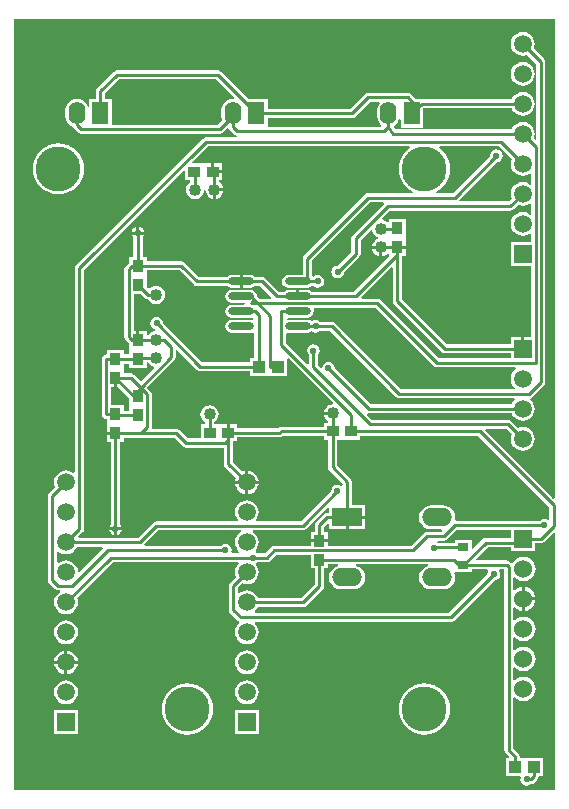
<source format=gbl>
G04*
G04 #@! TF.GenerationSoftware,Altium Limited,Altium Designer,18.1.6 (161)*
G04*
G04 Layer_Physical_Order=2*
G04 Layer_Color=16711680*
%FSLAX25Y25*%
%MOIN*%
G70*
G01*
G75*
%ADD13C,0.01000*%
%ADD14C,0.06000*%
%ADD15R,0.06000X0.06000*%
%ADD16R,0.05906X0.05906*%
%ADD17C,0.05906*%
%ADD18C,0.15000*%
%ADD19R,0.05500X0.07500*%
%ADD20O,0.05500X0.07500*%
%ADD21R,0.10000X0.06000*%
%ADD22O,0.10000X0.06000*%
%ADD23C,0.02200*%
%ADD24C,0.04000*%
%ADD25R,0.03740X0.03937*%
%ADD26R,0.04134X0.03937*%
%ADD27O,0.08661X0.02362*%
%ADD28R,0.03543X0.02756*%
%ADD29R,0.03937X0.03740*%
G36*
X76552Y234722D02*
X76318Y234249D01*
X76063Y234282D01*
X75084Y234154D01*
X74172Y233776D01*
X73388Y233174D01*
X72787Y232391D01*
X72409Y231479D01*
X72281Y230500D01*
Y228500D01*
X72409Y227521D01*
X72559Y227159D01*
X71130Y225729D01*
X35750D01*
Y234250D01*
X33529D01*
Y236167D01*
X38133Y240771D01*
X70503D01*
X76552Y234722D01*
D02*
G37*
G36*
X125015Y232771D02*
X124724Y232391D01*
X124346Y231479D01*
X124218Y230500D01*
Y228500D01*
X124346Y227521D01*
X124724Y226609D01*
X125326Y225826D01*
X125663Y225566D01*
X125493Y225066D01*
X87687D01*
Y227971D01*
X115900D01*
X116485Y228087D01*
X116981Y228419D01*
X121834Y233271D01*
X124769D01*
X125015Y232771D01*
D02*
G37*
G36*
X169042Y214145D02*
X168850Y213682D01*
X168714Y212650D01*
X168850Y211618D01*
X169248Y210656D01*
X169882Y209830D01*
X170707Y209197D01*
X171669Y208799D01*
X172701Y208663D01*
X173733Y208799D01*
X174694Y209197D01*
X175171Y209562D01*
X175671Y209316D01*
Y205983D01*
X175171Y205737D01*
X174694Y206102D01*
X173733Y206501D01*
X172701Y206637D01*
X171669Y206501D01*
X170707Y206102D01*
X169882Y205469D01*
X169248Y204643D01*
X168850Y203681D01*
X168714Y202650D01*
X168850Y201618D01*
X169042Y201154D01*
X168018Y200129D01*
X151699D01*
X151492Y200629D01*
X164027Y213164D01*
X164819Y213322D01*
X165514Y213786D01*
X165978Y214481D01*
X166141Y215300D01*
X165978Y216119D01*
X165514Y216814D01*
X164819Y217278D01*
X164000Y217441D01*
X163181Y217278D01*
X162486Y216814D01*
X162022Y216119D01*
X161864Y215327D01*
X149467Y202929D01*
X143993D01*
X143868Y203429D01*
X144745Y203898D01*
X146039Y204960D01*
X147102Y206255D01*
X147891Y207731D01*
X148377Y209334D01*
X148541Y211000D01*
X148377Y212666D01*
X147891Y214269D01*
X147102Y215745D01*
X146039Y217039D01*
X144905Y217971D01*
X145084Y218471D01*
X164717D01*
X169042Y214145D01*
D02*
G37*
G36*
X135095Y217971D02*
X133960Y217039D01*
X132898Y215745D01*
X132109Y214269D01*
X131623Y212666D01*
X131459Y211000D01*
X131623Y209334D01*
X132109Y207731D01*
X132898Y206255D01*
X133960Y204960D01*
X135255Y203898D01*
X136132Y203429D01*
X136007Y202929D01*
X121229D01*
X120644Y202813D01*
X120148Y202481D01*
X99819Y182152D01*
X99487Y181656D01*
X99371Y181071D01*
Y175724D01*
X94650D01*
X93799Y175555D01*
X93077Y175073D01*
X92595Y174351D01*
X92426Y173500D01*
X92595Y172649D01*
X93077Y171927D01*
X93799Y171446D01*
X94650Y171276D01*
X100949D01*
X101800Y171446D01*
X102521Y171927D01*
X103008Y171905D01*
X103581Y171522D01*
X104400Y171359D01*
X105219Y171522D01*
X105914Y171986D01*
X106378Y172681D01*
X106541Y173500D01*
X106378Y174319D01*
X105914Y175014D01*
X105219Y175478D01*
X104400Y175641D01*
X103581Y175478D01*
X103008Y175095D01*
X102912Y175091D01*
X102429Y175540D01*
Y180438D01*
X121862Y199871D01*
X126201D01*
X126408Y199371D01*
X116119Y189081D01*
X115787Y188585D01*
X115671Y188000D01*
Y183334D01*
X111073Y178736D01*
X110281Y178578D01*
X109586Y178114D01*
X109122Y177419D01*
X108959Y176600D01*
X109122Y175781D01*
X109586Y175086D01*
X110281Y174622D01*
X111100Y174459D01*
X111919Y174622D01*
X112614Y175086D01*
X113078Y175781D01*
X113236Y176573D01*
X118281Y181619D01*
X118613Y182115D01*
X118729Y182700D01*
Y187366D01*
X122016Y190653D01*
X122543Y190473D01*
X122577Y190217D01*
X122880Y189487D01*
X123360Y188860D01*
X123987Y188380D01*
X124431Y188196D01*
Y187655D01*
X123987Y187471D01*
X123360Y186990D01*
X122880Y186363D01*
X122577Y185634D01*
X122540Y185350D01*
X125500D01*
Y184850D01*
X126000D01*
Y181890D01*
X126283Y181928D01*
X127013Y182230D01*
X127630Y182703D01*
X127676Y182697D01*
X128130Y182528D01*
Y181882D01*
X128130Y181882D01*
X128130D01*
X127911Y181474D01*
X116466Y170029D01*
X102550D01*
X102521Y170072D01*
X101800Y170554D01*
X100949Y170724D01*
X98299D01*
Y168500D01*
X97299D01*
Y170724D01*
X94650D01*
X93799Y170554D01*
X93077Y170072D01*
X93048Y170029D01*
X91434D01*
X86881Y174581D01*
X86385Y174913D01*
X85800Y175029D01*
X83653D01*
X83624Y175073D01*
X82902Y175555D01*
X82051Y175724D01*
X79402D01*
Y173500D01*
Y171276D01*
X82051D01*
X82902Y171446D01*
X83624Y171927D01*
X83653Y171971D01*
X85167D01*
X88946Y168191D01*
X88754Y167729D01*
X85034D01*
X84332Y168431D01*
X84331Y168431D01*
X84331Y168431D01*
X84273Y168490D01*
X84275Y168500D01*
X84106Y169351D01*
X83624Y170072D01*
X82902Y170554D01*
X82051Y170724D01*
X75752D01*
X74901Y170554D01*
X74180Y170072D01*
X73697Y169351D01*
X73528Y168500D01*
X73697Y167649D01*
X74180Y166928D01*
X74901Y166446D01*
X75752Y166276D01*
X80078D01*
X80102Y166224D01*
X79786Y165724D01*
X75752D01*
X74901Y165554D01*
X74180Y165073D01*
X73697Y164351D01*
X73528Y163500D01*
X73697Y162649D01*
X74180Y161927D01*
X74901Y161445D01*
X75752Y161276D01*
X82051D01*
X82685Y161402D01*
X83121Y161074D01*
X83111Y160933D01*
X82642Y160606D01*
X82051Y160724D01*
X75752D01*
X74901Y160555D01*
X74180Y160073D01*
X73697Y159351D01*
X73528Y158500D01*
X73697Y157649D01*
X74180Y156928D01*
X74901Y156446D01*
X75752Y156276D01*
X82051D01*
X82821Y156429D01*
X83321Y156183D01*
Y147968D01*
X81783D01*
Y146529D01*
X65934D01*
X52936Y159527D01*
X52778Y160319D01*
X52314Y161014D01*
X51619Y161478D01*
X50800Y161641D01*
X49981Y161478D01*
X49286Y161014D01*
X48822Y160319D01*
X48659Y159500D01*
X48822Y158681D01*
X49286Y157986D01*
X49981Y157522D01*
X50162Y157486D01*
X50146Y156979D01*
X49717Y156923D01*
X48987Y156621D01*
X48360Y156140D01*
X47892Y155529D01*
X47370D01*
Y156870D01*
X45000D01*
Y153902D01*
X44000D01*
Y156870D01*
X43029D01*
Y169382D01*
X45306D01*
X46769Y167919D01*
X46954Y167795D01*
X47265Y167587D01*
X47851Y167471D01*
X47892D01*
X48360Y166860D01*
X48987Y166379D01*
X49717Y166077D01*
X50500Y165974D01*
X51283Y166077D01*
X52013Y166379D01*
X52640Y166860D01*
X53120Y167487D01*
X53423Y168217D01*
X53526Y169000D01*
X53423Y169783D01*
X53120Y170513D01*
X52640Y171140D01*
X52013Y171621D01*
X51283Y171923D01*
X50500Y172026D01*
X49717Y171923D01*
X48987Y171621D01*
X48360Y171140D01*
X47904Y171110D01*
X47370Y171643D01*
Y175319D01*
X47370D01*
Y175681D01*
X47370D01*
Y177120D01*
X58367D01*
X63068Y172419D01*
X63564Y172087D01*
X64150Y171971D01*
X74151D01*
X74180Y171927D01*
X74901Y171446D01*
X75752Y171276D01*
X78402D01*
Y173500D01*
Y175724D01*
X75752D01*
X74901Y175555D01*
X74180Y175073D01*
X74151Y175029D01*
X64783D01*
X60081Y179731D01*
X59585Y180063D01*
X59000Y180179D01*
X47370D01*
Y181618D01*
X46029D01*
Y188109D01*
X46478Y188781D01*
X46542Y189100D01*
X42458D01*
X42522Y188781D01*
X42971Y188109D01*
Y181618D01*
X41630D01*
Y179872D01*
X41419Y179731D01*
X40419Y178731D01*
X40087Y178235D01*
X39971Y177650D01*
Y154902D01*
X40087Y154316D01*
X40419Y153820D01*
X41419Y152820D01*
X41630Y152679D01*
Y150933D01*
X41630D01*
Y150571D01*
X41630D01*
Y149132D01*
X39870D01*
Y150618D01*
X34130D01*
Y149179D01*
X34000D01*
X33415Y149063D01*
X32919Y148731D01*
X32587Y148235D01*
X32471Y147650D01*
Y129150D01*
X32587Y128564D01*
X32919Y128068D01*
X33415Y127737D01*
X34000Y127620D01*
X34130D01*
Y126181D01*
X34130D01*
Y125819D01*
X34130D01*
Y123350D01*
X37000D01*
Y122350D01*
X34130D01*
Y119882D01*
X35471D01*
Y92491D01*
X35022Y91819D01*
X34958Y91500D01*
X39042D01*
X38978Y91819D01*
X38529Y92491D01*
Y119882D01*
X39870D01*
Y121321D01*
X56616D01*
X59419Y118519D01*
X59915Y118187D01*
X60500Y118071D01*
X73120D01*
Y112650D01*
X73237Y112065D01*
X73568Y111569D01*
X77141Y107996D01*
X76949Y107532D01*
X76879Y107000D01*
X80300D01*
Y110421D01*
X79768Y110351D01*
X79304Y110159D01*
X76179Y113284D01*
Y120130D01*
X77618D01*
Y121471D01*
X91700D01*
X92285Y121587D01*
X92781Y121919D01*
X92834Y121971D01*
X106382D01*
Y120630D01*
X107821D01*
Y111566D01*
X107937Y110981D01*
X108269Y110485D01*
X112687Y106067D01*
Y105600D01*
X112187Y105332D01*
X111819Y105578D01*
X111000Y105741D01*
X110181Y105578D01*
X109486Y105114D01*
X109022Y104419D01*
X108864Y103627D01*
X98766Y93529D01*
X84133D01*
X83887Y94029D01*
X84253Y94507D01*
X84651Y95468D01*
X84787Y96500D01*
X84651Y97532D01*
X84253Y98493D01*
X83619Y99319D01*
X82793Y99953D01*
X81832Y100351D01*
X80800Y100487D01*
X79768Y100351D01*
X78807Y99953D01*
X77981Y99319D01*
X77347Y98493D01*
X76949Y97532D01*
X76813Y96500D01*
X76949Y95468D01*
X77347Y94507D01*
X77713Y94029D01*
X77467Y93529D01*
X50600D01*
X50015Y93413D01*
X49518Y93081D01*
X44467Y88029D01*
X24846D01*
X24654Y88491D01*
X26081Y89919D01*
X26413Y90415D01*
X26529Y91000D01*
Y177267D01*
X59766Y210504D01*
X60228Y210312D01*
Y207130D01*
X61971D01*
Y206608D01*
X61360Y206140D01*
X60879Y205513D01*
X60577Y204783D01*
X60474Y204000D01*
X60577Y203217D01*
X60879Y202487D01*
X61360Y201860D01*
X61987Y201379D01*
X62717Y201077D01*
X63500Y200974D01*
X64283Y201077D01*
X65013Y201379D01*
X65640Y201860D01*
X66120Y202487D01*
X66423Y203217D01*
X66498Y203787D01*
X67002D01*
X67077Y203217D01*
X67379Y202487D01*
X67860Y201860D01*
X68487Y201379D01*
X69217Y201077D01*
X69500Y201040D01*
Y204000D01*
X70000D01*
Y204500D01*
X72960D01*
X72923Y204783D01*
X72620Y205513D01*
X72140Y206140D01*
X71529Y206608D01*
Y207130D01*
X72465D01*
Y209500D01*
X69496D01*
Y210000D01*
X68996D01*
Y212870D01*
X66665D01*
X66527Y212870D01*
X66165D01*
X66027Y212870D01*
X62786D01*
X62595Y213332D01*
X67734Y218471D01*
X134916D01*
X135095Y217971D01*
D02*
G37*
G36*
X175671Y199316D02*
Y195983D01*
X175171Y195737D01*
X174694Y196102D01*
X173733Y196501D01*
X172701Y196636D01*
X171669Y196501D01*
X170707Y196102D01*
X169882Y195469D01*
X169248Y194643D01*
X168850Y193682D01*
X168714Y192650D01*
X168850Y191618D01*
X169248Y190656D01*
X169882Y189831D01*
X170707Y189197D01*
X171669Y188799D01*
X172701Y188663D01*
X173733Y188799D01*
X174694Y189197D01*
X175171Y189562D01*
X175671Y189316D01*
Y186602D01*
X168748D01*
Y178697D01*
X175671D01*
Y154953D01*
X173201D01*
Y151000D01*
X172201D01*
Y154953D01*
X168748D01*
Y152529D01*
X147433D01*
X132529Y167434D01*
Y181882D01*
X133870D01*
Y184350D01*
X131000D01*
Y185350D01*
X133870D01*
Y187819D01*
X133870D01*
Y188181D01*
X133870D01*
Y194118D01*
X128130D01*
Y193322D01*
X127676Y193153D01*
X127630Y193147D01*
X127013Y193621D01*
X126283Y193923D01*
X126027Y193957D01*
X125847Y194484D01*
X128434Y197071D01*
X168651D01*
X169237Y197187D01*
X169733Y197519D01*
X171205Y198991D01*
X171669Y198799D01*
X172701Y198663D01*
X173733Y198799D01*
X174694Y199197D01*
X175171Y199562D01*
X175671Y199316D01*
D02*
G37*
G36*
X130519Y134919D02*
X131015Y134587D01*
X131600Y134471D01*
X169909D01*
X170079Y133971D01*
X169882Y133819D01*
X169248Y132993D01*
X169056Y132529D01*
X122134D01*
X110136Y144527D01*
X109978Y145319D01*
X109514Y146014D01*
X108819Y146478D01*
X108000Y146641D01*
X107181Y146478D01*
X106486Y146014D01*
X106022Y145319D01*
X105927Y144843D01*
X105385Y144678D01*
X104529Y145534D01*
Y148809D01*
X104978Y149481D01*
X105141Y150300D01*
X104978Y151119D01*
X104514Y151814D01*
X103819Y152278D01*
X103000Y152441D01*
X102181Y152278D01*
X101486Y151814D01*
X101022Y151119D01*
X100859Y150300D01*
X101022Y149481D01*
X101471Y148809D01*
Y146046D01*
X101009Y145854D01*
X93829Y153033D01*
Y156045D01*
X94216Y156362D01*
X94650Y156276D01*
X100949D01*
X101800Y156446D01*
X102447Y156878D01*
X102981Y156522D01*
X103800Y156359D01*
X104619Y156522D01*
X105291Y156971D01*
X108466D01*
X130519Y134919D01*
D02*
G37*
G36*
X129471Y178054D02*
Y166800D01*
X129587Y166215D01*
X129919Y165719D01*
X145719Y149919D01*
X146215Y149587D01*
X146800Y149471D01*
X168748D01*
Y147829D01*
X144834D01*
X125381Y167281D01*
X124885Y167613D01*
X124300Y167729D01*
X119146D01*
X118954Y168191D01*
X129009Y178246D01*
X129471Y178054D01*
D02*
G37*
G36*
X48360Y145860D02*
X48987Y145379D01*
X49569Y145139D01*
X49752Y144615D01*
X45400Y140263D01*
X43231Y142432D01*
X42735Y142763D01*
X42150Y142880D01*
X39870D01*
Y144319D01*
X39870D01*
Y144681D01*
X39870D01*
Y146073D01*
X41630D01*
Y144634D01*
X47370D01*
Y146471D01*
X47892D01*
X48360Y145860D01*
D02*
G37*
G36*
X143119Y145219D02*
X143615Y144887D01*
X144200Y144771D01*
X170300D01*
X170470Y144271D01*
X169882Y143819D01*
X169248Y142993D01*
X168850Y142032D01*
X168714Y141000D01*
X168850Y139968D01*
X169248Y139007D01*
X169882Y138181D01*
X170079Y138029D01*
X169909Y137529D01*
X132234D01*
X110181Y159581D01*
X109685Y159913D01*
X109100Y160029D01*
X105291D01*
X104619Y160478D01*
X103800Y160641D01*
X102981Y160478D01*
X102447Y160122D01*
X101800Y160555D01*
X100949Y160724D01*
X94650D01*
X94329Y161000D01*
X94647Y161274D01*
X94668Y161276D01*
X100949D01*
X101800Y161445D01*
X102521Y161927D01*
X103003Y162649D01*
X103173Y163500D01*
X103039Y164171D01*
X103345Y164671D01*
X123667D01*
X143119Y145219D01*
D02*
G37*
G36*
X37500Y138382D02*
X37806D01*
X41630Y134558D01*
Y132181D01*
X41630D01*
Y131819D01*
X41630D01*
Y130380D01*
X39870D01*
Y132118D01*
X35529D01*
Y138382D01*
X36500D01*
Y141350D01*
X37500D01*
Y138382D01*
D02*
G37*
G36*
X183471Y101246D02*
X183009Y101054D01*
X160154Y123909D01*
X160346Y124371D01*
X167167D01*
X169042Y122496D01*
X168850Y122032D01*
X168714Y121000D01*
X168850Y119968D01*
X169248Y119007D01*
X169882Y118181D01*
X170707Y117547D01*
X171669Y117149D01*
X172701Y117013D01*
X173733Y117149D01*
X174694Y117547D01*
X175520Y118181D01*
X176154Y119007D01*
X176552Y119968D01*
X176688Y121000D01*
X176552Y122032D01*
X176154Y122993D01*
X175520Y123819D01*
X174694Y124453D01*
X173733Y124851D01*
X172701Y124987D01*
X171669Y124851D01*
X171205Y124659D01*
X168882Y126981D01*
X168386Y127313D01*
X167801Y127429D01*
X122634D01*
X121003Y129060D01*
X121250Y129520D01*
X121500Y129471D01*
X169056D01*
X169248Y129007D01*
X169882Y128181D01*
X170707Y127547D01*
X171669Y127149D01*
X172701Y127013D01*
X173733Y127149D01*
X174694Y127547D01*
X175520Y128181D01*
X176154Y129007D01*
X176552Y129968D01*
X176688Y131000D01*
X176552Y132032D01*
X176154Y132993D01*
X175520Y133819D01*
X175225Y134045D01*
X175350Y134580D01*
X175385Y134587D01*
X175881Y134919D01*
X179881Y138919D01*
X180213Y139415D01*
X180329Y140000D01*
Y246550D01*
X180213Y247136D01*
X179881Y247632D01*
X176360Y251154D01*
X176552Y251618D01*
X176688Y252650D01*
X176552Y253681D01*
X176154Y254643D01*
X175520Y255469D01*
X174694Y256102D01*
X173733Y256501D01*
X172701Y256637D01*
X171669Y256501D01*
X170707Y256102D01*
X169882Y255469D01*
X169248Y254643D01*
X168850Y253681D01*
X168714Y252650D01*
X168850Y251618D01*
X169248Y250656D01*
X169882Y249831D01*
X170707Y249197D01*
X171669Y248799D01*
X172701Y248663D01*
X173733Y248799D01*
X174197Y248991D01*
X177271Y245917D01*
Y220896D01*
X176809Y220705D01*
X176360Y221154D01*
X176552Y221618D01*
X176688Y222650D01*
X176552Y223681D01*
X176154Y224643D01*
X175520Y225469D01*
X174694Y226102D01*
X173733Y226501D01*
X172701Y226637D01*
X171669Y226501D01*
X170707Y226102D01*
X169882Y225469D01*
X169248Y224643D01*
X169056Y224179D01*
X130236D01*
X129796Y224944D01*
X129891Y225224D01*
X130675Y225826D01*
X131276Y226609D01*
X131653Y227521D01*
X132124Y227412D01*
Y224750D01*
X139624D01*
Y231087D01*
X139657Y231120D01*
X169056D01*
X169248Y230656D01*
X169882Y229831D01*
X170707Y229197D01*
X171669Y228799D01*
X172701Y228663D01*
X173733Y228799D01*
X174694Y229197D01*
X175520Y229831D01*
X176154Y230656D01*
X176552Y231618D01*
X176688Y232650D01*
X176552Y233682D01*
X176154Y234643D01*
X175520Y235469D01*
X174694Y236102D01*
X173733Y236501D01*
X172701Y236636D01*
X171669Y236501D01*
X170707Y236102D01*
X169882Y235469D01*
X169248Y234643D01*
X169056Y234179D01*
X139624D01*
Y234250D01*
X137127D01*
X136955Y234507D01*
X135581Y235881D01*
X135085Y236213D01*
X134500Y236329D01*
X121200D01*
X120615Y236213D01*
X120119Y235881D01*
X115267Y231029D01*
X87687D01*
Y234250D01*
X81350D01*
X72218Y243381D01*
X71722Y243713D01*
X71137Y243829D01*
X37500D01*
X36915Y243713D01*
X36419Y243381D01*
X30919Y237881D01*
X30587Y237385D01*
X30471Y236800D01*
Y234250D01*
X28250D01*
Y231588D01*
X27779Y231479D01*
X27402Y232391D01*
X26801Y233174D01*
X26017Y233776D01*
X25105Y234154D01*
X24126Y234282D01*
X23147Y234154D01*
X22235Y233776D01*
X21452Y233174D01*
X20850Y232391D01*
X20472Y231479D01*
X20344Y230500D01*
Y228500D01*
X20472Y227521D01*
X20850Y226609D01*
X21452Y225826D01*
X22235Y225224D01*
X22705Y225030D01*
X22713Y224989D01*
X23045Y224493D01*
X24419Y223119D01*
X24915Y222787D01*
X25500Y222671D01*
X71763D01*
X72348Y222787D01*
X72844Y223119D01*
X74168Y224443D01*
X74719Y224286D01*
X74982Y223893D01*
X76419Y222456D01*
X76915Y222124D01*
X77390Y222029D01*
X77341Y221529D01*
X67100D01*
X66515Y221413D01*
X66019Y221081D01*
X23919Y178981D01*
X23587Y178485D01*
X23471Y177900D01*
Y109833D01*
X22971Y109587D01*
X22493Y109953D01*
X21532Y110351D01*
X20500Y110487D01*
X19468Y110351D01*
X18507Y109953D01*
X17681Y109319D01*
X17047Y108493D01*
X16649Y107532D01*
X16513Y106500D01*
X16649Y105468D01*
X16841Y105004D01*
X14919Y103081D01*
X14587Y102585D01*
X14471Y102000D01*
Y74000D01*
X14587Y73415D01*
X14919Y72919D01*
X16919Y70919D01*
X17415Y70587D01*
X18000Y70471D01*
X18450D01*
X18550Y69971D01*
X18507Y69953D01*
X17681Y69319D01*
X17047Y68493D01*
X16649Y67532D01*
X16513Y66500D01*
X16649Y65468D01*
X17047Y64507D01*
X17681Y63681D01*
X18507Y63047D01*
X19468Y62649D01*
X20500Y62513D01*
X21532Y62649D01*
X22493Y63047D01*
X23319Y63681D01*
X23953Y64507D01*
X24351Y65468D01*
X24487Y66500D01*
X24351Y67532D01*
X24159Y67996D01*
X36033Y79871D01*
X77922D01*
X78083Y79397D01*
X77981Y79319D01*
X77347Y78493D01*
X76949Y77532D01*
X76813Y76500D01*
X76949Y75468D01*
X77141Y75004D01*
X75219Y73081D01*
X74887Y72585D01*
X74771Y72000D01*
Y64000D01*
X74887Y63415D01*
X75219Y62919D01*
X77719Y60419D01*
X78186Y60106D01*
X78218Y60074D01*
X78303Y59780D01*
X78296Y59561D01*
X77981Y59319D01*
X77347Y58493D01*
X76949Y57532D01*
X76813Y56500D01*
X76949Y55468D01*
X77347Y54507D01*
X77981Y53681D01*
X78807Y53047D01*
X79768Y52649D01*
X80800Y52513D01*
X81832Y52649D01*
X82793Y53047D01*
X83619Y53681D01*
X84253Y54507D01*
X84651Y55468D01*
X84787Y56500D01*
X84651Y57532D01*
X84253Y58493D01*
X83619Y59319D01*
X83422Y59471D01*
X83592Y59971D01*
X148700D01*
X149285Y60087D01*
X149781Y60419D01*
X163127Y73764D01*
X163919Y73922D01*
X164614Y74386D01*
X165078Y75081D01*
X165241Y75900D01*
X165078Y76719D01*
X164923Y76951D01*
X165191Y77451D01*
X166571D01*
Y17200D01*
X166687Y16615D01*
X167019Y16119D01*
X168207Y14930D01*
X168015Y14469D01*
X167134D01*
Y8531D01*
X171710D01*
X172067Y8032D01*
X171961Y7500D01*
X172124Y6681D01*
X172588Y5986D01*
X173283Y5522D01*
X174102Y5359D01*
X174922Y5522D01*
X175616Y5986D01*
X175622Y5995D01*
X176085Y6087D01*
X176581Y6419D01*
X177581Y7419D01*
X177913Y7915D01*
X178029Y8500D01*
Y8531D01*
X179567D01*
Y14469D01*
X173768D01*
X173433Y14469D01*
Y14469D01*
X173268D01*
Y14469D01*
X171730D01*
Y15099D01*
X171614Y15685D01*
X171282Y16181D01*
X169629Y17833D01*
Y34694D01*
X170103Y34855D01*
X170147Y34797D01*
X170983Y34156D01*
X171956Y33753D01*
X173000Y33615D01*
X174044Y33753D01*
X175017Y34156D01*
X175853Y34797D01*
X176494Y35632D01*
X176897Y36605D01*
X177034Y37650D01*
X176897Y38694D01*
X176494Y39667D01*
X175853Y40502D01*
X175017Y41144D01*
X174044Y41547D01*
X173000Y41684D01*
X171956Y41547D01*
X170983Y41144D01*
X170147Y40502D01*
X170103Y40445D01*
X169629Y40605D01*
Y44694D01*
X170103Y44855D01*
X170147Y44797D01*
X170983Y44156D01*
X171956Y43753D01*
X173000Y43615D01*
X174044Y43753D01*
X175017Y44156D01*
X175853Y44797D01*
X176494Y45632D01*
X176897Y46605D01*
X177034Y47650D01*
X176897Y48694D01*
X176494Y49667D01*
X175853Y50502D01*
X175017Y51144D01*
X174044Y51547D01*
X173000Y51684D01*
X171956Y51547D01*
X170983Y51144D01*
X170147Y50502D01*
X170103Y50445D01*
X169629Y50605D01*
Y54694D01*
X170103Y54855D01*
X170147Y54797D01*
X170983Y54156D01*
X171956Y53752D01*
X173000Y53615D01*
X174044Y53752D01*
X175017Y54156D01*
X175853Y54797D01*
X176494Y55632D01*
X176897Y56605D01*
X177034Y57650D01*
X176897Y58694D01*
X176494Y59667D01*
X175853Y60502D01*
X175017Y61144D01*
X174044Y61547D01*
X173000Y61684D01*
X171956Y61547D01*
X170983Y61144D01*
X170147Y60502D01*
X170103Y60445D01*
X169629Y60605D01*
Y64694D01*
X170103Y64855D01*
X170147Y64797D01*
X170983Y64156D01*
X171956Y63753D01*
X172500Y63681D01*
Y67650D01*
Y71618D01*
X171956Y71547D01*
X170983Y71144D01*
X170147Y70502D01*
X170103Y70445D01*
X169629Y70605D01*
Y74694D01*
X170103Y74854D01*
X170147Y74797D01*
X170983Y74156D01*
X171956Y73752D01*
X173000Y73615D01*
X174044Y73752D01*
X175017Y74156D01*
X175853Y74797D01*
X176494Y75632D01*
X176897Y76605D01*
X177034Y77650D01*
X176897Y78694D01*
X176494Y79667D01*
X175853Y80502D01*
X175017Y81144D01*
X174044Y81547D01*
X173000Y81684D01*
X171956Y81547D01*
X170983Y81144D01*
X170147Y80502D01*
X169538Y79708D01*
X169463Y79662D01*
X168939Y79604D01*
X168481Y80062D01*
X167985Y80393D01*
X167400Y80510D01*
X157346D01*
X157154Y80972D01*
X161053Y84871D01*
X169000D01*
Y83650D01*
X177000D01*
Y86120D01*
X178750D01*
X179335Y86237D01*
X179831Y86568D01*
X183009Y89746D01*
X183471Y89554D01*
Y4029D01*
X3029D01*
Y260971D01*
X183471D01*
Y101246D01*
D02*
G37*
G36*
X64219Y143919D02*
X64715Y143587D01*
X65300Y143471D01*
X81783D01*
Y142032D01*
X87917D01*
X87917Y142032D01*
X88083D01*
Y142032D01*
X88417Y142032D01*
X94217D01*
Y147614D01*
X94717Y147821D01*
X109545Y132992D01*
X109327Y132503D01*
X108717Y132423D01*
X107987Y132121D01*
X107360Y131640D01*
X106879Y131013D01*
X106577Y130283D01*
X106540Y130000D01*
X109500D01*
Y129000D01*
X106540D01*
X106577Y128717D01*
X106879Y127987D01*
X107360Y127360D01*
X107821Y127007D01*
Y126370D01*
X106382D01*
Y125029D01*
X92200D01*
X91615Y124913D01*
X91119Y124581D01*
X91066Y124529D01*
X77618D01*
Y125870D01*
X75150D01*
Y123000D01*
X74150D01*
Y125870D01*
X71681D01*
Y125870D01*
X71319D01*
Y125870D01*
X69880D01*
Y126542D01*
X70490Y127010D01*
X70971Y127637D01*
X71273Y128366D01*
X71376Y129150D01*
X71273Y129933D01*
X70971Y130663D01*
X70490Y131289D01*
X69863Y131770D01*
X69134Y132072D01*
X68350Y132176D01*
X67567Y132072D01*
X66838Y131770D01*
X66211Y131289D01*
X65730Y130663D01*
X65428Y129933D01*
X65324Y129150D01*
X65428Y128366D01*
X65730Y127637D01*
X66211Y127010D01*
X66821Y126542D01*
Y125870D01*
X65382D01*
Y121129D01*
X61133D01*
X58331Y123932D01*
X57835Y124263D01*
X57250Y124380D01*
X49330D01*
X49013Y124766D01*
X49029Y124850D01*
Y136000D01*
X48913Y136585D01*
X48581Y137081D01*
X47563Y138100D01*
X56581Y147119D01*
X56913Y147615D01*
X57029Y148200D01*
Y150454D01*
X57491Y150646D01*
X64219Y143919D01*
D02*
G37*
G36*
X181571Y98167D02*
Y94211D01*
X181071Y93944D01*
X180719Y94178D01*
X179900Y94341D01*
X179081Y94178D01*
X178409Y93729D01*
X150614D01*
X150175Y94229D01*
X150251Y94807D01*
X150114Y95851D01*
X149711Y96824D01*
X149069Y97660D01*
X148234Y98301D01*
X147261Y98704D01*
X146217Y98842D01*
X142217D01*
X141172Y98704D01*
X140199Y98301D01*
X139364Y97660D01*
X138723Y96824D01*
X138320Y95851D01*
X138182Y94807D01*
X138320Y93763D01*
X138723Y92790D01*
X139364Y91954D01*
X140199Y91313D01*
X141172Y90910D01*
X142217Y90772D01*
X145453D01*
X145704Y90272D01*
X145555Y90073D01*
X140972D01*
X140386Y89957D01*
X139890Y89625D01*
X135694Y85429D01*
X107870D01*
Y86551D01*
X102130D01*
Y85429D01*
X90000D01*
X89415Y85313D01*
X88919Y84981D01*
X86866Y82929D01*
X84291D01*
X83847Y83226D01*
X83795Y83331D01*
X83735Y83801D01*
X83748Y83848D01*
X84253Y84507D01*
X84651Y85468D01*
X84787Y86500D01*
X84651Y87532D01*
X84253Y88493D01*
X83619Y89319D01*
X82793Y89953D01*
X82750Y89971D01*
X82850Y90471D01*
X99400D01*
X99985Y90587D01*
X100481Y90919D01*
X107755Y98192D01*
X108217Y98000D01*
Y96336D01*
X107500D01*
X106915Y96220D01*
X106419Y95888D01*
X103919Y93388D01*
X103587Y92892D01*
X103471Y92307D01*
Y90020D01*
X102130D01*
Y87551D01*
X107870D01*
Y90020D01*
X106529D01*
Y91673D01*
X107717Y92861D01*
X108217Y92654D01*
Y90807D01*
X113717D01*
Y94807D01*
X114217D01*
Y95307D01*
X120217D01*
Y98807D01*
X115746D01*
Y106700D01*
X115630Y107285D01*
X115298Y107781D01*
X110880Y112200D01*
Y120630D01*
X112319D01*
Y120630D01*
X112681D01*
Y120630D01*
X118618D01*
Y121971D01*
X157766D01*
X181571Y98167D01*
D02*
G37*
G36*
X169000Y87929D02*
X160420D01*
X159834Y87813D01*
X159338Y87481D01*
X156234Y84377D01*
X155772Y84568D01*
Y87264D01*
X150228D01*
Y86415D01*
X144407D01*
X144296Y86515D01*
X144488Y87015D01*
X146444D01*
X147029Y87131D01*
X147525Y87463D01*
X150733Y90671D01*
X169000D01*
Y87929D01*
D02*
G37*
G36*
X78850Y89971D02*
X78807Y89953D01*
X77981Y89319D01*
X77347Y88493D01*
X76949Y87532D01*
X76813Y86500D01*
X76949Y85468D01*
X77347Y84507D01*
X77981Y83681D01*
X78309Y83429D01*
X78139Y82929D01*
X76033D01*
X75647Y83429D01*
X75741Y83900D01*
X75578Y84719D01*
X75114Y85414D01*
X74419Y85878D01*
X73600Y86041D01*
X72781Y85878D01*
X72109Y85429D01*
X46846D01*
X46654Y85891D01*
X51234Y90471D01*
X78750D01*
X78850Y89971D01*
D02*
G37*
G36*
X32846Y84509D02*
X24973Y76636D01*
X24445Y76815D01*
X24351Y77532D01*
X23953Y78493D01*
X23319Y79319D01*
X22493Y79953D01*
X21532Y80351D01*
X20500Y80487D01*
X19468Y80351D01*
X18507Y79953D01*
X18029Y79587D01*
X17529Y79833D01*
Y83167D01*
X18029Y83413D01*
X18507Y83047D01*
X19468Y82649D01*
X20500Y82513D01*
X21532Y82649D01*
X22493Y83047D01*
X23319Y83681D01*
X23953Y84507D01*
X24145Y84971D01*
X32654D01*
X32846Y84509D01*
D02*
G37*
G36*
X102130Y77784D02*
X103471D01*
Y72633D01*
X98866Y68029D01*
X84445D01*
X84253Y68493D01*
X83619Y69319D01*
X82793Y69953D01*
X81832Y70351D01*
X80800Y70487D01*
X79768Y70351D01*
X78807Y69953D01*
X78329Y69587D01*
X77829Y69833D01*
Y71367D01*
X79304Y72841D01*
X79768Y72649D01*
X80800Y72513D01*
X81832Y72649D01*
X82793Y73047D01*
X83619Y73681D01*
X84253Y74507D01*
X84651Y75468D01*
X84787Y76500D01*
X84651Y77532D01*
X84253Y78493D01*
X83864Y79000D01*
X83965Y79653D01*
X84291Y79871D01*
X87500D01*
X88085Y79987D01*
X88581Y80319D01*
X90633Y82371D01*
X102130D01*
Y77784D01*
D02*
G37*
G36*
X141313Y78723D02*
X141172Y78704D01*
X140199Y78301D01*
X139364Y77660D01*
X138723Y76824D01*
X138320Y75851D01*
X138182Y74807D01*
X138320Y73763D01*
X138723Y72790D01*
X139364Y71954D01*
X140199Y71313D01*
X141172Y70910D01*
X142217Y70772D01*
X146217D01*
X147261Y70910D01*
X148234Y71313D01*
X149069Y71954D01*
X149711Y72790D01*
X150114Y73763D01*
X150251Y74807D01*
X150114Y75851D01*
X149964Y76212D01*
X150344Y76602D01*
X155772D01*
Y77451D01*
X161009D01*
X161277Y76951D01*
X161122Y76719D01*
X160964Y75927D01*
X148066Y63029D01*
X83592D01*
X83422Y63529D01*
X83619Y63681D01*
X84253Y64507D01*
X84445Y64971D01*
X99500D01*
X100085Y65087D01*
X100581Y65419D01*
X106081Y70919D01*
X106413Y71415D01*
X106529Y72000D01*
Y77784D01*
X107870D01*
Y79223D01*
X111281D01*
X111313Y78723D01*
X111172Y78704D01*
X110199Y78301D01*
X109364Y77660D01*
X108723Y76824D01*
X108320Y75851D01*
X108182Y74807D01*
X108320Y73763D01*
X108723Y72790D01*
X109364Y71954D01*
X110199Y71313D01*
X111172Y70910D01*
X112217Y70772D01*
X116217D01*
X117261Y70910D01*
X118234Y71313D01*
X119069Y71954D01*
X119711Y72790D01*
X120114Y73763D01*
X120251Y74807D01*
X120114Y75851D01*
X119711Y76824D01*
X119069Y77660D01*
X118234Y78301D01*
X117261Y78704D01*
X117120Y78723D01*
X117153Y79223D01*
X141281D01*
X141313Y78723D01*
D02*
G37*
%LPC*%
G36*
X69996Y212870D02*
Y210500D01*
X72465D01*
Y212870D01*
X69996D01*
D02*
G37*
G36*
X72960Y203500D02*
X70500D01*
Y201040D01*
X70783Y201077D01*
X71513Y201379D01*
X72140Y201860D01*
X72620Y202487D01*
X72923Y203217D01*
X72960Y203500D01*
D02*
G37*
G36*
X45000Y191642D02*
Y190100D01*
X46542D01*
X46478Y190419D01*
X46014Y191114D01*
X45319Y191578D01*
X45000Y191642D01*
D02*
G37*
G36*
X44000D02*
X43681Y191578D01*
X42986Y191114D01*
X42522Y190419D01*
X42458Y190100D01*
X44000D01*
Y191642D01*
D02*
G37*
G36*
X125000Y184350D02*
X122540D01*
X122577Y184067D01*
X122880Y183337D01*
X123360Y182711D01*
X123987Y182230D01*
X124717Y181928D01*
X125000Y181890D01*
Y184350D01*
D02*
G37*
G36*
X81300Y110421D02*
Y107000D01*
X84721D01*
X84651Y107532D01*
X84253Y108493D01*
X83619Y109319D01*
X82793Y109953D01*
X81832Y110351D01*
X81300Y110421D01*
D02*
G37*
G36*
X84721Y106000D02*
X81300D01*
Y102579D01*
X81832Y102649D01*
X82793Y103047D01*
X83619Y103681D01*
X84253Y104507D01*
X84651Y105468D01*
X84721Y106000D01*
D02*
G37*
G36*
X80300D02*
X76879D01*
X76949Y105468D01*
X77347Y104507D01*
X77981Y103681D01*
X78807Y103047D01*
X79768Y102649D01*
X80300Y102579D01*
Y106000D01*
D02*
G37*
G36*
X39042Y90500D02*
X37500D01*
Y88958D01*
X37819Y89022D01*
X38514Y89486D01*
X38978Y90181D01*
X39042Y90500D01*
D02*
G37*
G36*
X36500D02*
X34958D01*
X35022Y90181D01*
X35486Y89486D01*
X36181Y89022D01*
X36500Y88958D01*
Y90500D01*
D02*
G37*
G36*
X172701Y246637D02*
X171669Y246501D01*
X170707Y246102D01*
X169882Y245469D01*
X169248Y244643D01*
X168850Y243682D01*
X168714Y242650D01*
X168850Y241618D01*
X169248Y240656D01*
X169882Y239830D01*
X170707Y239197D01*
X171669Y238799D01*
X172701Y238663D01*
X173733Y238799D01*
X174694Y239197D01*
X175520Y239830D01*
X176154Y240656D01*
X176552Y241618D01*
X176688Y242650D01*
X176552Y243682D01*
X176154Y244643D01*
X175520Y245469D01*
X174694Y246102D01*
X173733Y246501D01*
X172701Y246637D01*
D02*
G37*
G36*
X18000Y219541D02*
X16334Y219377D01*
X14731Y218891D01*
X13255Y218102D01*
X11960Y217039D01*
X10898Y215745D01*
X10109Y214269D01*
X9623Y212666D01*
X9459Y211000D01*
X9623Y209334D01*
X10109Y207731D01*
X10898Y206255D01*
X11960Y204960D01*
X13255Y203898D01*
X14731Y203109D01*
X16334Y202623D01*
X18000Y202459D01*
X19666Y202623D01*
X21269Y203109D01*
X22745Y203898D01*
X24039Y204960D01*
X25102Y206255D01*
X25891Y207731D01*
X26377Y209334D01*
X26541Y211000D01*
X26377Y212666D01*
X25891Y214269D01*
X25102Y215745D01*
X24039Y217039D01*
X22745Y218102D01*
X21269Y218891D01*
X19666Y219377D01*
X18000Y219541D01*
D02*
G37*
G36*
X173500Y71618D02*
Y68150D01*
X176969D01*
X176897Y68694D01*
X176494Y69667D01*
X175853Y70502D01*
X175017Y71144D01*
X174044Y71547D01*
X173500Y71618D01*
D02*
G37*
G36*
X176969Y67150D02*
X173500D01*
Y63681D01*
X174044Y63753D01*
X175017Y64156D01*
X175853Y64797D01*
X176494Y65632D01*
X176897Y66605D01*
X176969Y67150D01*
D02*
G37*
G36*
X20500Y60487D02*
X19468Y60351D01*
X18507Y59953D01*
X17681Y59319D01*
X17047Y58493D01*
X16649Y57532D01*
X16513Y56500D01*
X16649Y55468D01*
X17047Y54507D01*
X17681Y53681D01*
X18507Y53047D01*
X19468Y52649D01*
X20500Y52513D01*
X21532Y52649D01*
X22493Y53047D01*
X23319Y53681D01*
X23953Y54507D01*
X24351Y55468D01*
X24487Y56500D01*
X24351Y57532D01*
X23953Y58493D01*
X23319Y59319D01*
X22493Y59953D01*
X21532Y60351D01*
X20500Y60487D01*
D02*
G37*
G36*
X21000Y50421D02*
Y47000D01*
X24421D01*
X24351Y47532D01*
X23953Y48493D01*
X23319Y49319D01*
X22493Y49953D01*
X21532Y50351D01*
X21000Y50421D01*
D02*
G37*
G36*
X20000D02*
X19468Y50351D01*
X18507Y49953D01*
X17681Y49319D01*
X17047Y48493D01*
X16649Y47532D01*
X16579Y47000D01*
X20000D01*
Y50421D01*
D02*
G37*
G36*
X24421Y46000D02*
X21000D01*
Y42579D01*
X21532Y42649D01*
X22493Y43047D01*
X23319Y43681D01*
X23953Y44507D01*
X24351Y45468D01*
X24421Y46000D01*
D02*
G37*
G36*
X20000D02*
X16579D01*
X16649Y45468D01*
X17047Y44507D01*
X17681Y43681D01*
X18507Y43047D01*
X19468Y42649D01*
X20000Y42579D01*
Y46000D01*
D02*
G37*
G36*
X80800Y50487D02*
X79768Y50351D01*
X78807Y49953D01*
X77981Y49319D01*
X77347Y48493D01*
X76949Y47532D01*
X76813Y46500D01*
X76949Y45468D01*
X77347Y44507D01*
X77981Y43681D01*
X78807Y43047D01*
X79768Y42649D01*
X80800Y42513D01*
X81832Y42649D01*
X82793Y43047D01*
X83619Y43681D01*
X84253Y44507D01*
X84651Y45468D01*
X84787Y46500D01*
X84651Y47532D01*
X84253Y48493D01*
X83619Y49319D01*
X82793Y49953D01*
X81832Y50351D01*
X80800Y50487D01*
D02*
G37*
G36*
Y40487D02*
X79768Y40351D01*
X78807Y39953D01*
X77981Y39319D01*
X77347Y38493D01*
X76949Y37532D01*
X76813Y36500D01*
X76949Y35468D01*
X77347Y34507D01*
X77981Y33681D01*
X78807Y33047D01*
X79768Y32649D01*
X80800Y32513D01*
X81832Y32649D01*
X82793Y33047D01*
X83619Y33681D01*
X84253Y34507D01*
X84651Y35468D01*
X84787Y36500D01*
X84651Y37532D01*
X84253Y38493D01*
X83619Y39319D01*
X82793Y39953D01*
X81832Y40351D01*
X80800Y40487D01*
D02*
G37*
G36*
X20500D02*
X19468Y40351D01*
X18507Y39953D01*
X17681Y39319D01*
X17047Y38493D01*
X16649Y37532D01*
X16513Y36500D01*
X16649Y35468D01*
X17047Y34507D01*
X17681Y33681D01*
X18507Y33047D01*
X19468Y32649D01*
X20500Y32513D01*
X21532Y32649D01*
X22493Y33047D01*
X23319Y33681D01*
X23953Y34507D01*
X24351Y35468D01*
X24487Y36500D01*
X24351Y37532D01*
X23953Y38493D01*
X23319Y39319D01*
X22493Y39953D01*
X21532Y40351D01*
X20500Y40487D01*
D02*
G37*
G36*
X84753Y30453D02*
X76847D01*
Y22547D01*
X84753D01*
Y30453D01*
D02*
G37*
G36*
X24453D02*
X16547D01*
Y22547D01*
X24453D01*
Y30453D01*
D02*
G37*
G36*
X140000Y39479D02*
X138334Y39315D01*
X136731Y38829D01*
X135255Y38040D01*
X133960Y36978D01*
X132898Y35683D01*
X132109Y34207D01*
X131623Y32605D01*
X131459Y30938D01*
X131623Y29272D01*
X132109Y27670D01*
X132898Y26193D01*
X133960Y24899D01*
X135255Y23836D01*
X136731Y23047D01*
X138334Y22561D01*
X140000Y22397D01*
X141666Y22561D01*
X143269Y23047D01*
X144745Y23836D01*
X146039Y24899D01*
X147102Y26193D01*
X147891Y27670D01*
X148377Y29272D01*
X148541Y30938D01*
X148377Y32605D01*
X147891Y34207D01*
X147102Y35683D01*
X146039Y36978D01*
X144745Y38040D01*
X143269Y38829D01*
X141666Y39315D01*
X140000Y39479D01*
D02*
G37*
G36*
X61000D02*
X59334Y39315D01*
X57731Y38829D01*
X56255Y38040D01*
X54961Y36978D01*
X53898Y35683D01*
X53109Y34207D01*
X52623Y32605D01*
X52459Y30938D01*
X52623Y29272D01*
X53109Y27670D01*
X53898Y26193D01*
X54961Y24899D01*
X56255Y23836D01*
X57731Y23047D01*
X59334Y22561D01*
X61000Y22397D01*
X62666Y22561D01*
X64269Y23047D01*
X65745Y23836D01*
X67040Y24899D01*
X68102Y26193D01*
X68891Y27670D01*
X69377Y29272D01*
X69541Y30938D01*
X69377Y32605D01*
X68891Y34207D01*
X68102Y35683D01*
X67040Y36978D01*
X65745Y38040D01*
X64269Y38829D01*
X62666Y39315D01*
X61000Y39479D01*
D02*
G37*
G36*
X120217Y94307D02*
X114717D01*
Y90807D01*
X120217D01*
Y94307D01*
D02*
G37*
%LPD*%
D13*
X160420Y86400D02*
X173000D01*
X103800Y158500D02*
X109100D01*
X100900Y173500D02*
X104400D01*
X97799D02*
X100900D01*
Y181071D01*
X84400Y166200D02*
X124300D01*
X82100D02*
X84400D01*
X76063Y224974D02*
Y228500D01*
X84400Y166200D02*
X88500Y162100D01*
X83250Y167350D02*
X84400Y166200D01*
X131000Y166800D02*
Y182400D01*
X74650Y120750D02*
Y123000D01*
Y112650D02*
Y120750D01*
X44500Y153902D02*
X53198D01*
X45400Y138100D02*
X55500Y148200D01*
X44500Y137200D02*
X45400Y138100D01*
X47500Y136000D01*
X42150Y141350D02*
X45400Y138100D01*
X45500Y122850D02*
X57250D01*
X82800Y81400D02*
X87500D01*
X172701Y252650D02*
X178800Y246550D01*
Y140000D02*
Y246550D01*
X174800Y136000D02*
X178800Y140000D01*
X131600Y136000D02*
X174800D01*
X109100Y158500D02*
X131600Y136000D01*
X128000Y225000D02*
Y229500D01*
Y225000D02*
X129350Y222650D01*
X172701D01*
X78902Y168500D02*
X82100D01*
X83250Y167350D01*
X82100Y166200D02*
X83250Y167350D01*
X124300Y166200D02*
X144200Y146300D01*
X177200D01*
Y218150D01*
X172701Y222650D02*
X177200Y218150D01*
X139024Y232650D02*
X172701D01*
X135874Y229500D02*
X139024Y232650D01*
X111100Y176600D02*
X117200Y182700D01*
Y188000D01*
X127800Y198600D01*
X168651D01*
X172701Y202650D01*
X44500Y178650D02*
Y189600D01*
X53198Y153902D02*
X55500Y151600D01*
Y148200D02*
Y151600D01*
X44500Y135150D02*
Y137200D01*
X74650Y112650D02*
X80800Y106500D01*
X176500Y8500D02*
Y11500D01*
X175500Y7500D02*
X176500Y8500D01*
X174102Y7500D02*
X175500D01*
X16000Y102000D02*
X20500Y106500D01*
X16000Y74000D02*
Y102000D01*
Y74000D02*
X18000Y72000D01*
X22500D01*
X34400Y83900D01*
X73600D01*
X76300Y72000D02*
X80800Y76500D01*
X76300Y64000D02*
Y72000D01*
Y64000D02*
X78800Y61500D01*
X148700D01*
X163100Y75900D01*
X20500Y66500D02*
X35400Y81400D01*
X87500D02*
X90000Y83900D01*
X136328D01*
X140972Y88544D01*
X146444D01*
X150100Y92200D01*
X179900D01*
X143686Y84886D02*
X153000D01*
X143300Y84500D02*
X143686Y84886D01*
X37000Y91000D02*
Y122850D01*
X167801Y125900D02*
X172701Y121000D01*
X122000Y125900D02*
X167801D01*
X103000Y144900D02*
X122000Y125900D01*
X103000Y144900D02*
Y150300D01*
X20500Y86500D02*
X45100D01*
X50600Y92000D01*
X99400D01*
X111000Y103600D01*
X92300Y163500D02*
X97799D01*
X92300Y152400D02*
Y163500D01*
Y152400D02*
X115650Y129050D01*
Y123500D02*
Y129050D01*
X108000Y144500D02*
X121500Y131000D01*
X172701D01*
X151520Y78980D02*
X153000D01*
X149748Y80752D02*
X151520Y78980D01*
X105000Y80752D02*
X149748D01*
X35400Y81400D02*
X82800D01*
X115650Y123500D02*
X158400D01*
X183100Y98800D01*
Y92000D02*
Y98800D01*
X178750Y87650D02*
X183100Y92000D01*
X173000Y87650D02*
X178750D01*
X42500Y178650D02*
X44500D01*
X41500Y177650D02*
X42500Y178650D01*
X41500Y154902D02*
Y177650D01*
Y154902D02*
X42500Y153902D01*
X44500D01*
X165350Y220000D02*
X172701Y212650D01*
X67100Y220000D02*
X165350D01*
X25000Y177900D02*
X67100Y220000D01*
X25000Y91000D02*
Y177900D01*
X20500Y86500D02*
X25000Y91000D01*
X97799Y158500D02*
X103800D01*
X100900Y181071D02*
X121229Y201400D01*
X150100D01*
X164000Y215300D01*
X50800Y159500D02*
X65300Y145000D01*
X84850D01*
Y162150D01*
X83500Y163500D02*
X84850Y162150D01*
X78902Y163500D02*
X83500D01*
X170201Y11500D02*
Y15099D01*
X168100Y17200D02*
X170201Y15099D01*
X168100Y17200D02*
Y78280D01*
X167400Y78980D02*
X168100Y78280D01*
X153000Y78980D02*
X167400D01*
X105000Y87051D02*
Y92307D01*
X107500Y94807D01*
X114217D01*
X146800Y151000D02*
X172701D01*
X131000Y166800D02*
X146800Y151000D01*
X80800Y66500D02*
X99500D01*
X105000Y72000D01*
Y80752D01*
X88500Y145000D02*
X91150D01*
X88500D02*
Y162100D01*
X131000Y182400D02*
Y184850D01*
X117100Y168500D02*
X131000Y182400D01*
X97799Y168500D02*
X117100D01*
X173000Y86400D02*
Y87650D01*
X153000Y78980D02*
X160420Y86400D01*
X64150Y173500D02*
X78902D01*
X59000Y178650D02*
X64150Y173500D01*
X44500Y178650D02*
X59000D01*
X73500Y119600D02*
X74650Y120750D01*
X60500Y119600D02*
X73500D01*
X57250Y122850D02*
X60500Y119600D01*
X24126Y225574D02*
Y229500D01*
Y225574D02*
X25500Y224200D01*
X71763D01*
X76063Y228500D01*
Y229500D01*
X32000D02*
Y236800D01*
X37500Y242300D01*
X71137D01*
X83937Y229500D01*
X115900D01*
X121200Y234800D01*
X134500D01*
X135874Y233426D01*
Y229500D02*
Y233426D01*
X126537Y223537D02*
X128000Y225000D01*
X77500Y223537D02*
X126537D01*
X76063Y224974D02*
X77500Y223537D01*
X34000Y147650D02*
X37000D01*
X34000Y129150D02*
Y147650D01*
Y129150D02*
X37000D01*
Y141350D02*
X42150D01*
X47500Y124850D02*
Y136000D01*
X45500Y122850D02*
X47500Y124850D01*
X37000Y122850D02*
X45500D01*
X90800Y168500D02*
X97799D01*
X85800Y173500D02*
X90800Y168500D01*
X78902Y173500D02*
X85800D01*
X109350Y111566D02*
Y123500D01*
Y111566D02*
X114217Y106700D01*
Y94807D02*
Y106700D01*
X92200Y123500D02*
X109350D01*
X91700Y123000D02*
X92200Y123500D01*
X74650Y123000D02*
X91700D01*
X44598Y154000D02*
X50500D01*
X125500Y184850D02*
X131000D01*
X130850Y191000D02*
X131000Y191150D01*
X125500Y191000D02*
X130850D01*
X109350Y129350D02*
X109500Y129500D01*
X109350Y123500D02*
Y129350D01*
X68350Y123000D02*
Y129150D01*
X37000D02*
X37299Y128850D01*
X44500D01*
X37000Y141350D02*
X43201Y135150D01*
X44500D01*
X37000Y147650D02*
X37047Y147602D01*
X44500D01*
Y153902D02*
X44598Y154000D01*
X44500Y147602D02*
X44898Y148000D01*
X50500D01*
X44500Y172350D02*
X47851Y169000D01*
X50500D01*
X63197Y210000D02*
X63500Y209697D01*
Y204000D02*
Y209697D01*
X69496Y210000D02*
X70000Y209496D01*
Y204000D02*
Y209496D01*
D14*
X173000Y37650D02*
D03*
Y47650D02*
D03*
Y57650D02*
D03*
Y67650D02*
D03*
Y77650D02*
D03*
D15*
Y87650D02*
D03*
D16*
X172701Y151000D02*
D03*
Y182650D02*
D03*
X20500Y26500D02*
D03*
X80800D02*
D03*
D17*
X172701Y141000D02*
D03*
Y131000D02*
D03*
Y121000D02*
D03*
Y192650D02*
D03*
Y202650D02*
D03*
Y212650D02*
D03*
Y222650D02*
D03*
Y232650D02*
D03*
Y242650D02*
D03*
Y252650D02*
D03*
X20500Y46500D02*
D03*
Y56500D02*
D03*
Y66500D02*
D03*
Y76500D02*
D03*
Y86500D02*
D03*
Y96500D02*
D03*
Y106500D02*
D03*
Y36500D02*
D03*
X80800Y46500D02*
D03*
Y56500D02*
D03*
Y66500D02*
D03*
Y76500D02*
D03*
Y86500D02*
D03*
Y96500D02*
D03*
Y106500D02*
D03*
Y36500D02*
D03*
D18*
X18000Y211000D02*
D03*
X140000D02*
D03*
Y30938D02*
D03*
X61000D02*
D03*
D19*
X32000Y229500D02*
D03*
X83937D02*
D03*
X135874D02*
D03*
D20*
X24126D02*
D03*
X76063D02*
D03*
X128000D02*
D03*
D21*
X114217Y94807D02*
D03*
D22*
X144217D02*
D03*
Y74807D02*
D03*
X114217D02*
D03*
D23*
X111100Y176600D02*
D03*
X44500Y189600D02*
D03*
X174102Y7500D02*
D03*
X73600Y83900D02*
D03*
X163100Y75900D02*
D03*
X179900Y92200D02*
D03*
X143300Y84500D02*
D03*
X37000Y91000D02*
D03*
X103000Y150300D02*
D03*
X111000Y103600D02*
D03*
X108000Y144500D02*
D03*
X82800Y81400D02*
D03*
X103800Y158500D02*
D03*
X104400Y173500D02*
D03*
X164000Y215300D02*
D03*
X50800Y159500D02*
D03*
D24*
X50500Y169000D02*
D03*
X70000Y204000D02*
D03*
X63500D02*
D03*
X125500Y184850D02*
D03*
Y191000D02*
D03*
X109500Y129500D02*
D03*
X68350Y129150D02*
D03*
X50500Y148000D02*
D03*
Y154000D02*
D03*
D25*
X44500Y135150D02*
D03*
Y128850D02*
D03*
X105000Y87051D02*
D03*
Y80752D02*
D03*
X37000Y122850D02*
D03*
Y129150D02*
D03*
X44500Y153902D02*
D03*
Y147602D02*
D03*
X131000Y184850D02*
D03*
Y191150D02*
D03*
X44500Y178650D02*
D03*
Y172350D02*
D03*
X37000Y141350D02*
D03*
Y147650D02*
D03*
D26*
X91150Y145000D02*
D03*
X84850D02*
D03*
X176500Y11500D02*
D03*
X170201D02*
D03*
D27*
X78902Y158500D02*
D03*
Y163500D02*
D03*
Y168500D02*
D03*
Y173500D02*
D03*
X97799Y158500D02*
D03*
Y163500D02*
D03*
Y168500D02*
D03*
Y173500D02*
D03*
D28*
X153000Y78980D02*
D03*
Y84886D02*
D03*
D29*
X74650Y123000D02*
D03*
X68350D02*
D03*
X109350Y123500D02*
D03*
X115650D02*
D03*
X69496Y210000D02*
D03*
X63197D02*
D03*
M02*

</source>
